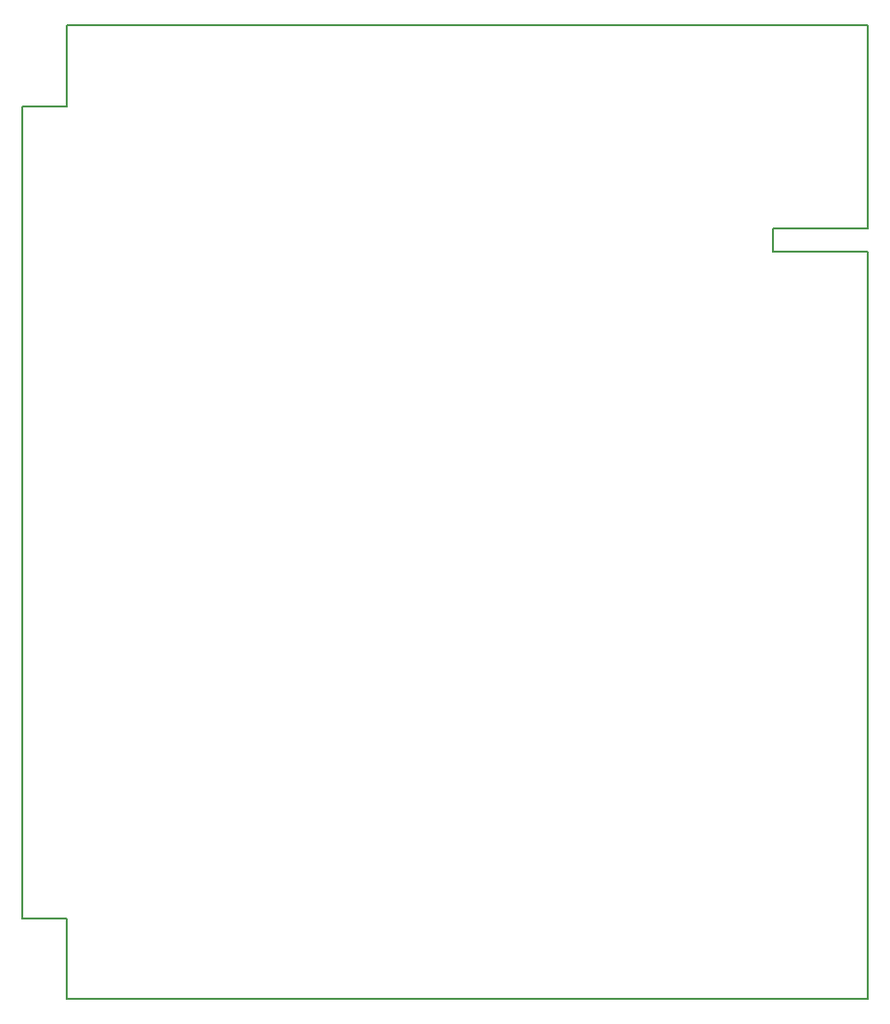
<source format=gbr>
G04 #@! TF.FileFunction,Drawing*
%FSLAX46Y46*%
G04 Gerber Fmt 4.6, Leading zero omitted, Abs format (unit mm)*
G04 Created by KiCad (PCBNEW 4.0.5) date 02/22/17 12:47:02*
%MOMM*%
%LPD*%
G01*
G04 APERTURE LIST*
%ADD10C,0.150000*%
%ADD11C,0.200000*%
G04 APERTURE END LIST*
D10*
D11*
X184610000Y-45840000D02*
X184590000Y-45840000D01*
X114480000Y-45840000D02*
X184610000Y-45840000D01*
X114480000Y-52990000D02*
X114480000Y-45840000D01*
X110580000Y-52990000D02*
X114480000Y-52990000D01*
X110580000Y-124010000D02*
X110580000Y-52990000D01*
X114480000Y-124010000D02*
X110580000Y-124010000D01*
X114480000Y-130980000D02*
X114480000Y-124010000D01*
X184610000Y-130980000D02*
X114480000Y-130980000D01*
X184610000Y-65610000D02*
X184610000Y-130980000D01*
X176240000Y-65610000D02*
X184610000Y-65610000D01*
X176240000Y-63660000D02*
X176240000Y-65610000D01*
X184590000Y-63660000D02*
X176240000Y-63660000D01*
X184590000Y-45880000D02*
X184590000Y-63660000D01*
M02*

</source>
